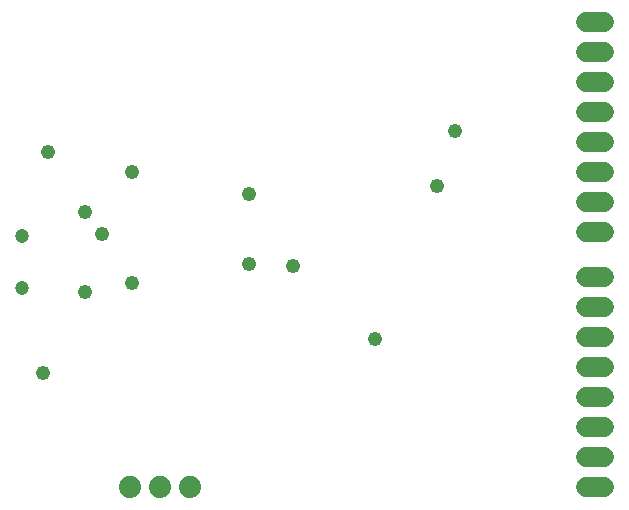
<source format=gbs>
G75*
%MOIN*%
%OFA0B0*%
%FSLAX25Y25*%
%IPPOS*%
%LPD*%
%AMOC8*
5,1,8,0,0,1.08239X$1,22.5*
%
%ADD10C,0.04737*%
%ADD11C,0.07400*%
%ADD12C,0.06800*%
%ADD13C,0.04762*%
D10*
X0043837Y0112759D03*
X0043837Y0130081D03*
D11*
X0079900Y0046420D03*
X0089900Y0046420D03*
X0099900Y0046420D03*
D12*
X0231900Y0046420D02*
X0237900Y0046420D01*
X0237900Y0056420D02*
X0231900Y0056420D01*
X0231900Y0066420D02*
X0237900Y0066420D01*
X0237900Y0076420D02*
X0231900Y0076420D01*
X0231900Y0086420D02*
X0237900Y0086420D01*
X0237900Y0096420D02*
X0231900Y0096420D01*
X0231900Y0106420D02*
X0237900Y0106420D01*
X0237900Y0116420D02*
X0231900Y0116420D01*
X0231900Y0131420D02*
X0237900Y0131420D01*
X0237900Y0141420D02*
X0231900Y0141420D01*
X0231900Y0151420D02*
X0237900Y0151420D01*
X0237900Y0161420D02*
X0231900Y0161420D01*
X0231900Y0171420D02*
X0237900Y0171420D01*
X0237900Y0181420D02*
X0231900Y0181420D01*
X0231900Y0191420D02*
X0237900Y0191420D01*
X0237900Y0201420D02*
X0231900Y0201420D01*
D13*
X0188100Y0164920D03*
X0182000Y0146520D03*
X0134000Y0120120D03*
X0119500Y0120520D03*
X0119400Y0144120D03*
X0080500Y0151420D03*
X0064934Y0138054D03*
X0070500Y0130620D03*
X0080500Y0114220D03*
X0064800Y0111220D03*
X0050860Y0084350D03*
X0052420Y0158090D03*
X0161370Y0095530D03*
M02*

</source>
